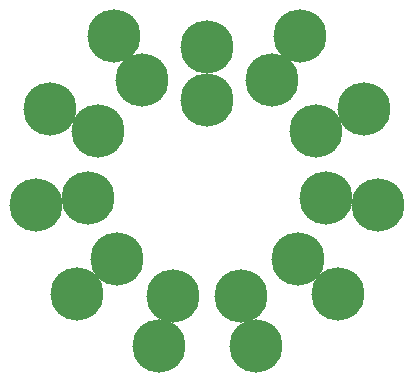
<source format=gbr>
G04 EAGLE Gerber RS-274X export*
G75*
%MOMM*%
%FSLAX34Y34*%
%LPD*%
%INSoldermask Bottom*%
%IPPOS*%
%AMOC8*
5,1,8,0,0,1.08239X$1,22.5*%
G01*
%ADD10C,4.503200*%


D10*
X-132852Y60671D03*
X-92419Y42206D03*
X-144563Y-20785D03*
X-100566Y-14459D03*
X100566Y-14459D03*
X144563Y-20785D03*
X-110377Y-95642D03*
X-76784Y-66534D03*
X41147Y-140134D03*
X28624Y-97484D03*
X-41147Y-140134D03*
X-28624Y-97484D03*
X110377Y-95642D03*
X76784Y-66534D03*
X132852Y60671D03*
X92419Y42206D03*
X78961Y122865D03*
X54929Y85471D03*
X0Y113188D03*
X0Y68738D03*
X-78961Y122865D03*
X-54929Y85471D03*
M02*

</source>
